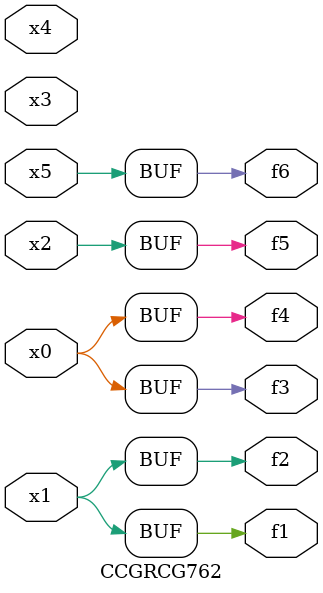
<source format=v>
module CCGRCG762(
	input x0, x1, x2, x3, x4, x5,
	output f1, f2, f3, f4, f5, f6
);
	assign f1 = x1;
	assign f2 = x1;
	assign f3 = x0;
	assign f4 = x0;
	assign f5 = x2;
	assign f6 = x5;
endmodule

</source>
